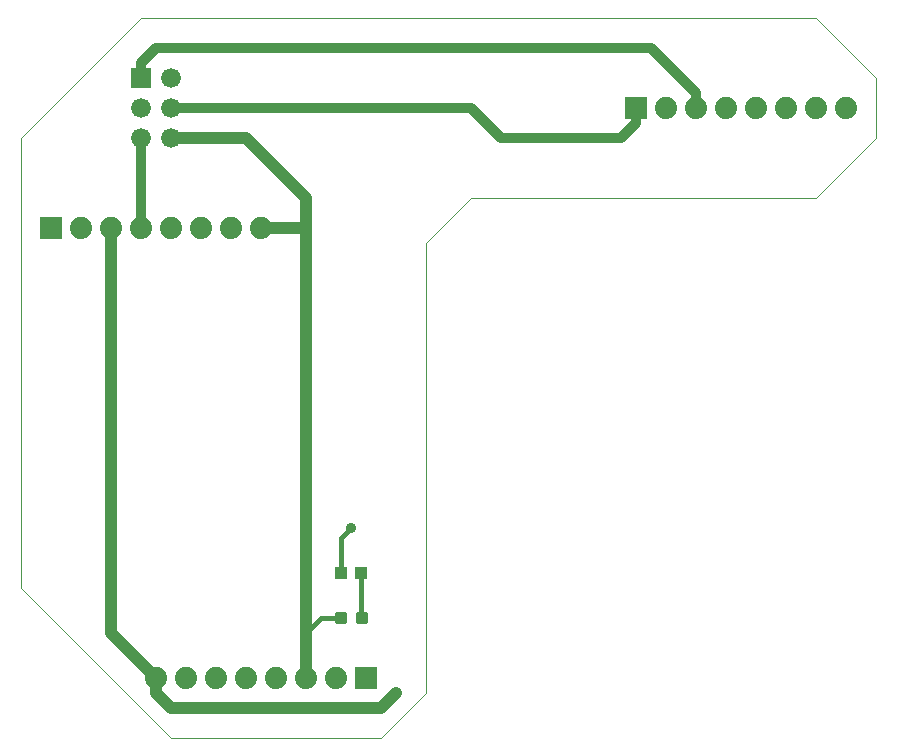
<source format=gtl>
G75*
%MOIN*%
%OFA0B0*%
%FSLAX25Y25*%
%IPPOS*%
%LPD*%
%AMOC8*
5,1,8,0,0,1.08239X$1,22.5*
%
%ADD10C,0.00000*%
%ADD11R,0.06600X0.06600*%
%ADD12C,0.06600*%
%ADD13R,0.07400X0.07400*%
%ADD14C,0.07400*%
%ADD15C,0.01181*%
%ADD16R,0.03937X0.04331*%
%ADD17C,0.03200*%
%ADD18C,0.04000*%
%ADD19C,0.01600*%
%ADD20C,0.03562*%
D10*
X0051000Y0001000D02*
X0121000Y0001000D01*
X0136000Y0016000D01*
X0136000Y0166000D01*
X0151000Y0181000D01*
X0266000Y0181000D01*
X0286000Y0201000D01*
X0286000Y0221000D01*
X0266000Y0241000D01*
X0041000Y0241000D01*
X0001000Y0201000D01*
X0001000Y0051000D01*
X0051000Y0001000D01*
D11*
X0041000Y0221000D03*
D12*
X0051000Y0221000D03*
X0051000Y0211000D03*
X0041000Y0211000D03*
X0041000Y0201000D03*
X0051000Y0201000D03*
D13*
X0011000Y0171000D03*
X0116000Y0021000D03*
X0206000Y0211000D03*
D14*
X0216000Y0211000D03*
X0226000Y0211000D03*
X0236000Y0211000D03*
X0246000Y0211000D03*
X0256000Y0211000D03*
X0266000Y0211000D03*
X0276000Y0211000D03*
X0081000Y0171000D03*
X0071000Y0171000D03*
X0061000Y0171000D03*
X0051000Y0171000D03*
X0041000Y0171000D03*
X0031000Y0171000D03*
X0021000Y0171000D03*
X0046000Y0021000D03*
X0056000Y0021000D03*
X0066000Y0021000D03*
X0076000Y0021000D03*
X0086000Y0021000D03*
X0096000Y0021000D03*
X0106000Y0021000D03*
D15*
X0108925Y0039622D02*
X0108925Y0042378D01*
X0108925Y0039622D02*
X0106169Y0039622D01*
X0106169Y0042378D01*
X0108925Y0042378D01*
X0108925Y0040802D02*
X0106169Y0040802D01*
X0106169Y0041982D02*
X0108925Y0041982D01*
X0115831Y0042378D02*
X0115831Y0039622D01*
X0113075Y0039622D01*
X0113075Y0042378D01*
X0115831Y0042378D01*
X0115831Y0040802D02*
X0113075Y0040802D01*
X0113075Y0041982D02*
X0115831Y0041982D01*
D16*
X0114346Y0056000D03*
X0107654Y0056000D03*
D17*
X0041000Y0171000D02*
X0041000Y0201000D01*
X0051000Y0211000D02*
X0151000Y0211000D01*
X0161000Y0201000D01*
X0201000Y0201000D01*
X0206000Y0206000D01*
X0206000Y0211000D01*
X0226000Y0211000D02*
X0226000Y0216000D01*
X0211000Y0231000D01*
X0046000Y0231000D01*
X0041000Y0226000D01*
X0041000Y0221000D01*
D18*
X0031000Y0036000D02*
X0046000Y0021000D01*
X0046000Y0016000D01*
X0051000Y0011000D01*
X0121000Y0011000D01*
X0126000Y0016000D01*
X0096000Y0021000D02*
X0096000Y0036000D01*
X0096000Y0171000D01*
X0096000Y0181000D01*
X0076000Y0201000D01*
X0051000Y0201000D01*
X0031000Y0171000D02*
X0031000Y0036000D01*
X0081000Y0171000D02*
X0096000Y0171000D01*
D19*
X0111000Y0071000D02*
X0107654Y0067654D01*
X0107654Y0056000D01*
X0114346Y0056000D02*
X0114346Y0041106D01*
X0114453Y0041000D01*
X0107547Y0041000D02*
X0101000Y0041000D01*
X0096000Y0036000D01*
D20*
X0126000Y0016000D03*
X0111000Y0071000D03*
M02*

</source>
